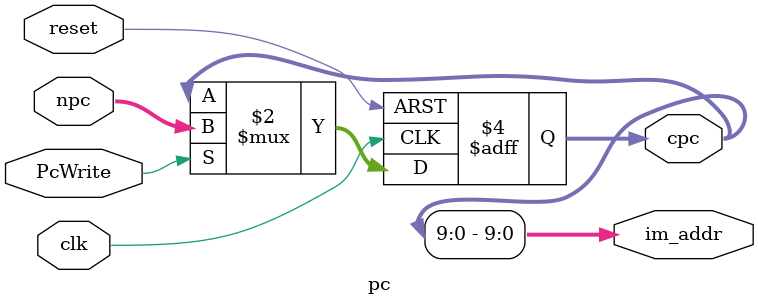
<source format=v>
module pc(clk,reset,npc,cpc,im_addr,PcWrite);
  input clk,reset,PcWrite;
  input[31:0] npc;
  output reg[31:0] cpc;
  output[9:0] im_addr;
  assign im_addr=cpc[9:0];
  always@(posedge clk or posedge reset)
  begin
    if(reset)
    begin
      cpc<=32'h0000_3000;
    end
    else if(PcWrite)
      cpc<=npc;
  end
endmodule
</source>
